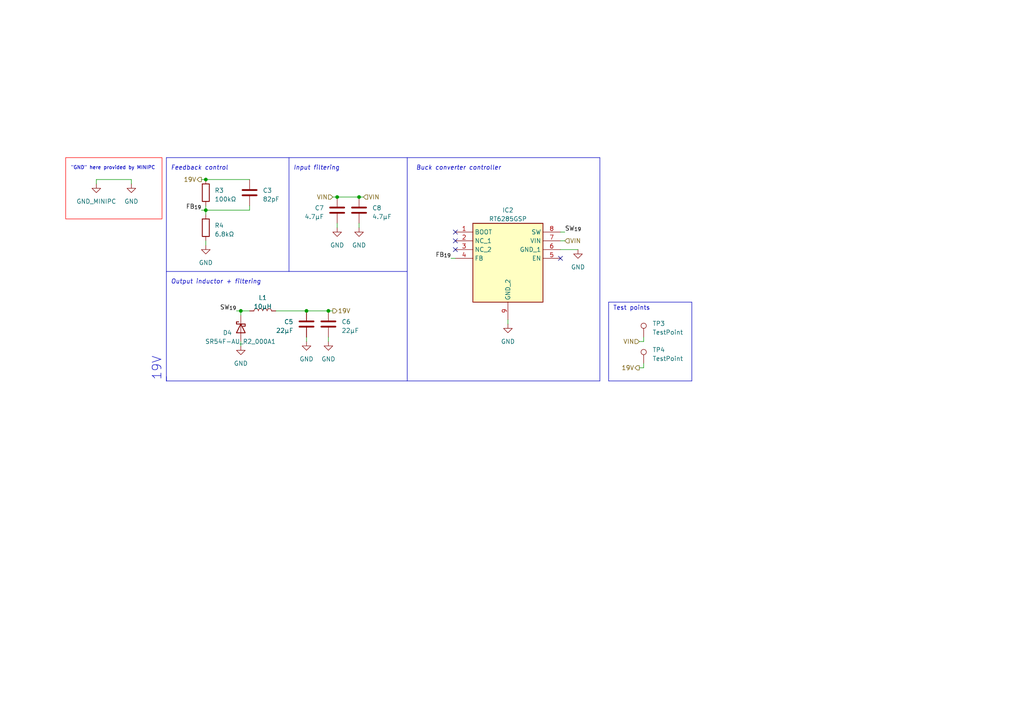
<source format=kicad_sch>
(kicad_sch (version 20250114) (generator "eeschema") (generator_version "9.0")
  (paper "A4")
  (title_block (title "Buck Convertors") (date "2023-11-17") (rev "v1") (company "UT RoboMasters"))
  (lib_symbols
    (symbol "Connector:TestPoint" (pin_numbers (hide yes)) (pin_names (offset 0.762) (hide yes))
      (property "Reference" "TP" (at 0 6.858 0))
      (property "Value" "TestPoint" (at 0 5.08 0))
      (symbol "TestPoint_0_1"
        (circle (center 0 3.302) (radius 0.762))
      )
      (symbol "TestPoint_1_1"
        (pin passive line (at 0 0 90) (length 2.54) (name "1") (number "1"))
      )
    )
    (symbol "Device:C" (pin_numbers (hide yes)) (pin_names (offset 0.254))
      (property "Reference" "C" (at 0.635 2.54 0))
      (property "Value" "C" (at 0.635 -2.54 0))
      (symbol "C_0_1"
        (polyline (pts (xy -2.032 0.762) (xy 2.032 0.762)) (stroke (width 0.508)))
        (polyline (pts (xy -2.032 -0.762) (xy 2.032 -0.762)) (stroke (width 0.508)))
      )
      (symbol "C_1_1"
        (pin passive line (at 0 3.81 270) (length 2.794) (name "~") (number "1"))
        (pin passive line (at 0 -3.81 90) (length 2.794) (name "~") (number "2"))
      )
    )
    (symbol "Device:D_Schottky" (pin_numbers (hide yes)) (pin_names (offset 1.016) (hide yes))
      (property "Reference" "D" (at 0 2.54 0))
      (property "Value" "D_Schottky" (at 0 -2.54 0))
      (symbol "D_Schottky_0_1"
        (polyline (pts (xy -1.905 0.635) (xy -1.905 1.27) (xy -1.27 1.27) (xy -1.27 -1.27) (xy -0.635 -1.27) (xy -0.635 -0.635)) (stroke (width 0.254)))
        (polyline (pts (xy 1.27 1.27) (xy 1.27 -1.27) (xy -1.27 0) (xy 1.27 1.27)) (stroke (width 0.254)))
        (polyline (pts (xy 1.27 0) (xy -1.27 0)))
      )
      (symbol "D_Schottky_1_1"
        (pin passive line (at -3.81 0 0) (length 2.54) (name "K") (number "1"))
        (pin passive line (at 3.81 0 180) (length 2.54) (name "A") (number "2"))
      )
    )
    (symbol "Device:L" (pin_numbers (hide yes)) (pin_names (offset 1.016) (hide yes))
      (property "Reference" "L" (at -1.27 0 90))
      (property "Value" "L" (at 1.905 0 90))
      (symbol "L_0_1"
        (arc (start 0 2.54) (mid 0.6323 1.905) (end 0 1.27))
        (arc (start 0 1.27) (mid 0.6323 0.635) (end 0 0))
        (arc (start 0 0) (mid 0.6323 -0.635) (end 0 -1.27))
        (arc (start 0 -1.27) (mid 0.6323 -1.905) (end 0 -2.54))
      )
      (symbol "L_1_1"
        (pin passive line (at 0 3.81 270) (length 1.27) (name "1") (number "1"))
        (pin passive line (at 0 -3.81 90) (length 1.27) (name "2") (number "2"))
      )
    )
    (symbol "Device:R" (pin_numbers (hide yes)) (pin_names (offset 0))
      (property "Reference" "R" (at 2.032 0 90))
      (property "Value" "R" (at 0 0 90))
      (symbol "R_0_1"
        (rectangle (start -1.016 -2.54) (end 1.016 2.54) (stroke (width 0.254)))
      )
      (symbol "R_1_1"
        (pin passive line (at 0 3.81 270) (length 1.27) (name "~") (number "1"))
        (pin passive line (at 0 -3.81 90) (length 1.27) (name "~") (number "2"))
      )
    )
    (symbol "GND_1" (power) (pin_numbers (hide yes)) (pin_names (offset 0) (hide yes))
      (property "Value" "GND" (at 0 -3.81 0))
      (symbol "GND_1_0_1"
        (polyline (pts (xy 0 0) (xy 0 -1.27) (xy 1.27 -1.27) (xy 0 -2.54) (xy -1.27 -1.27) (xy 0 -1.27)))
      )
      (symbol "GND_1_1_1"
        (pin power_in line (at 0 0 270) (length 0) (name "~") (number "1"))
      )
    )
    (symbol "Robomaster_Library:RT6285GSP"
      (property "Reference" "IC" (at 26.67 7.62 0))
      (property "Value" "RT6285GSP" (at 26.67 5.08 0))
      (symbol "RT6285GSP_1_1"
        (rectangle (start 5.08 2.54) (end 25.4 -20.32) (stroke (width 0.254)) (fill (type background)))
        (pin passive line (at 0 0 0) (length 5.08) (name "BOOT") (number "1"))
        (pin passive line (at 0 -2.54 0) (length 5.08) (name "NC_1") (number "2"))
        (pin passive line (at 0 -5.08 0) (length 5.08) (name "NC_2") (number "3"))
        (pin passive line (at 0 -7.62 0) (length 5.08) (name "FB") (number "4"))
        (pin passive line (at 15.24 -25.4 90) (length 5.08) (name "GND_2") (number "9"))
        (pin passive line (at 30.48 0 180) (length 5.08) (name "SW") (number "8"))
        (pin passive line (at 30.48 -2.54 180) (length 5.08) (name "VIN") (number "7"))
        (pin passive line (at 30.48 -5.08 180) (length 5.08) (name "GND_1") (number "6"))
        (pin passive line (at 30.48 -7.62 180) (length 5.08) (name "EN") (number "5"))
      )
    )
    (symbol "power:GND" (power) (pin_names (offset 0))
      (property "Value" "GND" (at 0 -3.81 0))
      (symbol "GND_0_1"
        (polyline (pts (xy 0 0) (xy 0 -1.27) (xy 1.27 -1.27) (xy 0 -2.54) (xy -1.27 -1.27) (xy 0 -1.27)))
      )
      (symbol "GND_1_1"
        (pin power_in line (at 0 0 270) (length 0) (hide yes) (name "GND") (number "1"))
      )
    )
  )
  (rectangle (start 19.05 45.72) (end 46.99 63.5) (stroke (width 0) (color 255 0 0 1)))
  (text "Buck converter controller" (at 120.65 49.53 0) (effects (font (size 1.27 1.27) (italic yes)) (justify left bottom)))
  (text "Output inductor + filtering" (at 49.53 82.55 0) (effects (font (size 1.27 1.27) (italic yes)) (justify left bottom)))
  (text "19V" (at 46.99 110.49 90) (effects (font (size 2.54 2.54)) (justify left bottom)))
  (text "\"GND\" here provided by MINIPC" (at 32.766 48.768 0) (effects (font (size 1.016 1.016))))
  (text "Input filtering" (at 85.09 49.53 0) (effects (font (size 1.27 1.27) (italic yes)) (justify left bottom)))
  (text "Feedback control" (at 49.53 49.53 0) (effects (font (size 1.27 1.27) (italic yes)) (justify left bottom)))
  (text "Test points" (at 177.8 90.17 0) (effects (font (size 1.27 1.27)) (justify left bottom)))
  (junction (at 88.9 90.17))
  (junction (at 97.79 57.15))
  (junction (at 59.69 60.96))
  (junction (at 69.85 90.17))
  (junction (at 104.14 57.15))
  (junction (at 59.69 52.07))
  (junction (at 95.25 90.17))
  (no_connect (at 132.08 69.85))
  (no_connect (at 132.08 67.31))
  (no_connect (at 162.56 74.93))
  (no_connect (at 132.08 72.39))
  (polyline (pts (xy 176.53 87.63) (xy 176.53 110.49)))
  (wire (pts (xy 72.39 52.07) (xy 59.69 52.07)))
  (wire (pts (xy 72.39 60.96) (xy 72.39 59.69)))
  (polyline (pts (xy 200.66 87.63) (xy 200.66 110.49)))
  (polyline (pts (xy 173.99 45.72) (xy 173.99 110.49)))
  (wire (pts (xy 186.69 97.79) (xy 186.69 99.06)))
  (wire (pts (xy 104.14 57.15) (xy 105.41 57.15)))
  (wire (pts (xy 95.25 90.17) (xy 96.52 90.17)))
  (wire (pts (xy 147.32 92.71) (xy 147.32 93.98)))
  (wire (pts (xy 38.1 52.07) (xy 38.1 53.34)))
  (wire (pts (xy 96.52 57.15) (xy 97.79 57.15)))
  (wire (pts (xy 68.58 90.17) (xy 69.85 90.17)))
  (wire (pts (xy 97.79 64.77) (xy 97.79 66.04)))
  (wire (pts (xy 27.94 53.34) (xy 27.94 52.07)))
  (polyline (pts (xy 83.82 45.72) (xy 83.82 78.74)))
  (wire (pts (xy 88.9 90.17) (xy 95.25 90.17)))
  (wire (pts (xy 162.56 67.31) (xy 163.83 67.31)))
  (polyline (pts (xy 48.26 45.72) (xy 48.26 110.49)))
  (polyline (pts (xy 48.26 45.72) (xy 173.99 45.72)))
  (wire (pts (xy 162.56 69.85) (xy 163.83 69.85)))
  (wire (pts (xy 186.69 105.41) (xy 186.69 106.68)))
  (wire (pts (xy 186.69 106.68) (xy 185.42 106.68)))
  (wire (pts (xy 59.69 60.96) (xy 59.69 62.23)))
  (polyline (pts (xy 48.26 110.49) (xy 48.26 109.22)))
  (wire (pts (xy 69.85 90.17) (xy 72.39 90.17)))
  (wire (pts (xy 59.69 60.96) (xy 59.69 59.69)))
  (wire (pts (xy 80.01 90.17) (xy 88.9 90.17)))
  (wire (pts (xy 97.79 57.15) (xy 104.14 57.15)))
  (polyline (pts (xy 48.26 78.74) (xy 118.11 78.74)))
  (wire (pts (xy 95.25 97.79) (xy 95.25 99.06)))
  (wire (pts (xy 69.85 90.17) (xy 69.85 91.44)))
  (wire (pts (xy 59.69 69.85) (xy 59.69 71.12)))
  (wire (pts (xy 186.69 99.06) (xy 185.42 99.06)))
  (wire (pts (xy 58.42 60.96) (xy 59.69 60.96)))
  (wire (pts (xy 69.85 99.06) (xy 69.85 100.33)))
  (wire (pts (xy 58.42 52.07) (xy 59.69 52.07)))
  (polyline (pts (xy 176.53 87.63) (xy 200.66 87.63)))
  (wire (pts (xy 27.94 52.07) (xy 38.1 52.07)))
  (wire (pts (xy 162.56 72.39) (xy 167.64 72.39)))
  (wire (pts (xy 130.81 74.93) (xy 132.08 74.93)))
  (polyline (pts (xy 173.99 110.49) (xy 48.26 110.49)))
  (polyline (pts (xy 200.66 110.49) (xy 176.53 110.49)))
  (wire (pts (xy 88.9 97.79) (xy 88.9 99.06)))
  (polyline (pts (xy 118.11 45.72) (xy 118.11 110.49)))
  (wire (pts (xy 59.69 60.96) (xy 72.39 60.96)))
  (wire (pts (xy 104.14 64.77) (xy 104.14 66.04)))
  (label "FB_{19}" (at 58.42 60.96 180))
  (label "SW_{19}" (at 68.58 90.17 180))
  (label "SW_{19}" (at 163.83 67.31 0))
  (label "FB_{19}" (at 130.81 74.93 180))
  (hierarchical_label "VIN" (shape input) (at 96.52 57.15 180))
  (hierarchical_label "19V" (shape output) (at 96.52 90.17 0))
  (hierarchical_label "VIN" (shape input) (at 163.83 69.85 0))
  (hierarchical_label "19V" (shape output) (at 58.42 52.07 180))
  (hierarchical_label "19V" (shape output) (at 185.42 106.68 180))
  (hierarchical_label "VIN" (shape input) (at 185.42 99.06 180))
  (hierarchical_label "VIN" (shape input) (at 105.41 57.15 0))
  (symbol (lib_id "Robomaster_Library:RT6285GSP") (at 132.08 67.31 0) (unit 1)
    (property "Reference" "IC2" (at 147.32 60.96 0))
    (property "Value" "RT6285GSP" (at 147.32 63.5 0))
    (property "Footprint" "Robomaster_ICs:SOIC127P600X175-9N" (effects (hide yes)))
    (property "Datasheet" "https://www.richtek.com/assets/product_file/RT6285/DS6285-00.pdf" (effects (hide yes)))
    (property "Height" "1.753" (effects (hide yes)))
    (property "Mouser Part Number" "835-RT6285GSP" (effects (hide yes)))
    (property "Mouser Price/Stock" "https://www.mouser.co.uk/ProductDetail/Richtek/RT6285GSP?qs=amGC7iS6iy9ag0U80PgEbw%3D%3D" (effects (hide yes)))
    (property "Manufacturer_Name" "RICHTEK" (effects (hide yes)))
    (property "Manufacturer_Part_Number" "RT6285GSP" (effects (hide yes)))
  )
  (symbol (lib_id "power:GND") (at 97.79 66.04 0) (unit 1)
    (property "Reference" "#PWR027" (effects (hide yes)))
    (property "Value" "GND" (at 97.79 71.12 0))
  )
  (symbol (lib_id "Device:C") (at 104.14 60.96 0) (unit 1)
    (property "Reference" "C8" (at 107.95 60.325 0) (effects (justify left)))
    (property "Value" "4.7µF" (at 107.95 62.865 0) (effects (justify left)))
    (property "Footprint" "Capacitor_SMD:C_0603_1608Metric_Pad1.08x0.95mm_HandSolder" (effects (hide yes)))
    (property "Datasheet" "https://www.mouser.com/datasheet/2/281/1/GRT188R6YA475KE13_01A-3158664.pdf" (effects (hide yes)))
    (property "Manufacturer_Part_Number" "C1608X5R1E475K080AC" (effects (hide yes)))
    (property "Mouser Part Number" "810-C1608X5R1E475K" (effects (hide yes)))
  )
  (symbol (lib_id "Device:C") (at 72.39 55.88 0) (unit 1)
    (property "Reference" "C3" (at 76.2 55.245 0) (effects (justify left)))
    (property "Value" "82pF" (at 76.2 57.785 0) (effects (justify left)))
    (property "Footprint" "Capacitor_SMD:C_0603_1608Metric_Pad1.08x0.95mm_HandSolder" (effects (hide yes)))
    (property "Datasheet" "https://www.mouser.com/datasheet/2/281/1/GCM1885C2A820JA16_01A-3143285.pdf" (effects (hide yes)))
    (property "Manufacturer_Part_Number" "CC0603FRNPO0BN820" (effects (hide yes)))
    (property "Mouser Part Number" "603-CC0603FRNP0BN820" (effects (hide yes)))
  )
  (symbol (lib_id "Device:R") (at 59.69 66.04 0) (unit 1)
    (property "Reference" "R4" (at 62.23 65.405 0) (effects (justify left)))
    (property "Value" "6.8kΩ" (at 62.23 67.945 0) (effects (justify left)))
    (property "Footprint" "Resistor_SMD:R_0603_1608Metric_Pad0.98x0.95mm_HandSolder" (effects (hide yes)))
    (property "Manufacturer_Part_Number" "RT0603DRE076K8L" (effects (hide yes)))
    (property "Mouser Part Number" "603-RT0603DRE076K8L" (effects (hide yes)))
  )
  (symbol (lib_id "Device:D_Schottky") (at 69.85 95.25 90) (mirror x) (unit 1)
    (property "Reference" "D4" (at 67.31 96.52 90) (effects (justify left)))
    (property "Value" "SR54F-AU_R2_000A1" (at 80.01 99.06 90) (effects (justify left)))
    (property "Footprint" "Robomaster_Passives:SODFL5336X110N" (effects (hide yes)))
    (property "Sim.Device" "D" (effects (hide yes)))
    (property "Sim.Pins" "1=K 2=A" (effects (hide yes)))
    (property "Manufacturer_Part_Number" "SR54F-AU_R2_000A1" (effects (hide yes)))
    (property "Mouser Part Number" "241-SR54F-AUR1000A1" (effects (hide yes)))
  )
  (symbol (lib_id "Device:L") (at 76.2 90.17 90) (unit 1)
    (property "Reference" "L1" (at 76.2 86.36 90))
    (property "Value" "10µH" (at 76.2 88.9 90))
    (property "Footprint" "Robomaster_Passives:MPLAL6060100" (effects (hide yes)))
    (property "Datasheet" "https://www.mouser.com/datasheet/2/277/MPL_AL6060_100-2946374.pdf" (effects (hide yes)))
    (property "Manufacturer_Part_Number" "MPL-AL6060-100" (effects (hide yes)))
    (property "Mouser Part Number" "946-MPL-AL6060-100" (effects (hide yes)))
  )
  (symbol (lib_id "Device:C") (at 97.79 60.96 0) (mirror y) (unit 1)
    (property "Reference" "C7" (at 93.98 60.325 0) (effects (justify left)))
    (property "Value" "4.7µF" (at 93.98 62.865 0) (effects (justify left)))
    (property "Footprint" "Capacitor_SMD:C_0603_1608Metric_Pad1.08x0.95mm_HandSolder" (effects (hide yes)))
    (property "Datasheet" "https://www.mouser.com/datasheet/2/281/1/GRT188R6YA475KE13_01A-3158664.pdf" (effects (hide yes)))
    (property "Manufacturer_Part_Number" "C1608X5R1E475K080AC" (effects (hide yes)))
    (property "Mouser Part Number" "810-C1608X5R1E475K" (effects (hide yes)))
  )
  (symbol (lib_id "power:GND") (at 59.69 71.12 0) (unit 1)
    (property "Reference" "#PWR020" (effects (hide yes)))
    (property "Value" "GND" (at 59.69 76.2 0))
  )
  (symbol (lib_id "power:GND") (at 147.32 93.98 0) (unit 1)
    (property "Reference" "#PWR032" (effects (hide yes)))
    (property "Value" "GND" (at 147.32 99.06 0))
  )
  (symbol (lib_id "Device:C") (at 88.9 93.98 0) (mirror y) (unit 1)
    (property "Reference" "C5" (at 85.09 93.345 0) (effects (justify left)))
    (property "Value" "22µF" (at 85.09 95.885 0) (effects (justify left)))
    (property "Footprint" "Capacitor_SMD:C_0805_2012Metric_Pad1.18x1.45mm_HandSolder" (effects (hide yes)))
    (property "Datasheet" "https://www.mouser.com/datasheet/2/585/MLCC-1837944.pdf" (effects (hide yes)))
    (property "Manufacturer_Part_Number" "CL21A226MAYNNNE" (effects (hide yes)))
    (property "Mouser Part Number" "187-CL21A226MAYNNNE" (effects (hide yes)))
  )
  (symbol (lib_id "Connector:TestPoint") (at 186.69 105.41 0) (unit 1)
    (property "Reference" "TP4" (at 189.23 101.473 0) (effects (justify left)))
    (property "Value" "TestPoint" (at 189.23 104.013 0) (effects (justify left)))
    (property "Footprint" "TestPoint:TestPoint_Pad_2.0x2.0mm" (effects (hide yes)))
  )
  (symbol (lib_id "Device:C") (at 95.25 93.98 0) (unit 1)
    (property "Reference" "C6" (at 99.06 93.345 0) (effects (justify left)))
    (property "Value" "22µF" (at 99.06 95.885 0) (effects (justify left)))
    (property "Footprint" "Capacitor_SMD:C_0805_2012Metric_Pad1.18x1.45mm_HandSolder" (effects (hide yes)))
    (property "Datasheet" "https://www.mouser.com/datasheet/2/585/MLCC-1837944.pdf" (effects (hide yes)))
    (property "Manufacturer_Part_Number" "CL21A226MAYNNNE" (effects (hide yes)))
    (property "Mouser Part Number" "187-CL21A226MAYNNNE" (effects (hide yes)))
  )
  (symbol (lib_id "power:GND") (at 95.25 99.06 0) (unit 1)
    (property "Reference" "#PWR026" (effects (hide yes)))
    (property "Value" "GND" (at 95.25 104.14 0))
  )
  (symbol (lib_id "Device:R") (at 59.69 55.88 0) (unit 1)
    (property "Reference" "R3" (at 62.23 55.245 0) (effects (justify left)))
    (property "Value" "100kΩ" (at 62.23 57.785 0) (effects (justify left)))
    (property "Footprint" "Resistor_SMD:R_0603_1608Metric_Pad0.98x0.95mm_HandSolder" (effects (hide yes)))
    (property "Manufacturer_Part_Number" "RT0603DRE07100KL" (effects (hide yes)))
    (property "Mouser Part Number" "603-RT0603DRE07100KL" (effects (hide yes)))
  )
  (symbol (lib_id "power:GND") (at 104.14 66.04 0) (unit 1)
    (property "Reference" "#PWR028" (effects (hide yes)))
    (property "Value" "GND" (at 104.14 71.12 0))
  )
  (symbol (lib_id "Connector:TestPoint") (at 186.69 97.79 0) (unit 1)
    (property "Reference" "TP3" (at 189.23 93.853 0) (effects (justify left)))
    (property "Value" "TestPoint" (at 189.23 96.393 0) (effects (justify left)))
    (property "Footprint" "TestPoint:TestPoint_Pad_2.0x2.0mm" (effects (hide yes)))
  )
  (symbol (lib_id "power:GND") (at 88.9 99.06 0) (unit 1)
    (property "Reference" "#PWR025" (effects (hide yes)))
    (property "Value" "GND" (at 88.9 104.14 0))
  )
  (symbol (lib_id "power:GND") (at 69.85 100.33 0) (unit 1)
    (property "Reference" "#PWR023" (effects (hide yes)))
    (property "Value" "GND" (at 69.85 105.41 0))
  )
  (symbol (lib_name "GND_1") (lib_id "power:GND") (at 38.1 53.34 0) (unit 1)
    (property "Reference" "#PWR09" (effects (hide yes)))
    (property "Value" "GND" (at 38.1 58.42 0))
    (property "Description" "Power symbol creates a global label with name \"GND\" , ground" (effects (hide yes)))
  )
  (symbol (lib_id "power:GND") (at 167.64 72.39 0) (unit 1)
    (property "Reference" "#PWR033" (effects (hide yes)))
    (property "Value" "GND" (at 167.64 77.47 0))
  )
  (symbol (lib_name "GND_1") (lib_id "power:GND") (at 27.94 53.34 0) (unit 1)
    (property "Reference" "#PWR019" (effects (hide yes)))
    (property "Value" "GND_MINIPC" (at 27.94 58.42 0))
    (property "Description" "Power symbol creates a global label with name \"GND\" , ground" (effects (hide yes)))
  )
)
</source>
